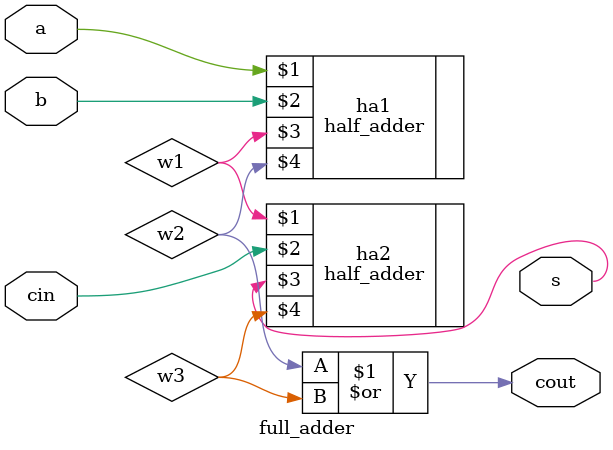
<source format=v>
module full_adder ( a ,b ,cin ,s ,cout );

input a;
wire a;
input b;
wire b;
input cin;
wire cin;
output s;
wire s;
output cout;
wire cout;	  


wire w1,w2,w3;

half_adder ha1(a ,b ,w1 ,w2);
half_adder ha2(w1 ,cin ,s ,w3);

assign cout = w2 | w3;

//}} End of automatically maintained section

// Enter your statements here //

endmodule

</source>
